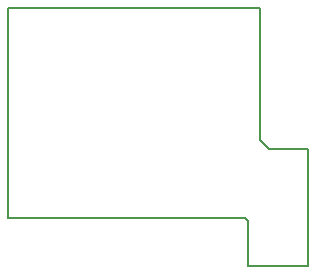
<source format=gbr>
G04 #@! TF.FileFunction,Profile,NP*
%FSLAX46Y46*%
G04 Gerber Fmt 4.6, Leading zero omitted, Abs format (unit mm)*
G04 Created by KiCad (PCBNEW 4.0.7) date 04/27/18 14:22:45*
%MOMM*%
%LPD*%
G01*
G04 APERTURE LIST*
%ADD10C,0.150000*%
G04 APERTURE END LIST*
D10*
X128270000Y-128016000D02*
X108204000Y-128016000D01*
X128524000Y-128270000D02*
X128270000Y-128016000D01*
X128524000Y-132080000D02*
X128524000Y-128270000D01*
X129540000Y-121412000D02*
X129540000Y-110236000D01*
X130302000Y-122174000D02*
X129540000Y-121412000D01*
X133604000Y-122174000D02*
X130302000Y-122174000D01*
X133604000Y-122174000D02*
X133604000Y-132080000D01*
X108204000Y-110236000D02*
X129540000Y-110236000D01*
X108204000Y-110236000D02*
X108204000Y-128016000D01*
X133604000Y-132080000D02*
X128524000Y-132080000D01*
M02*

</source>
